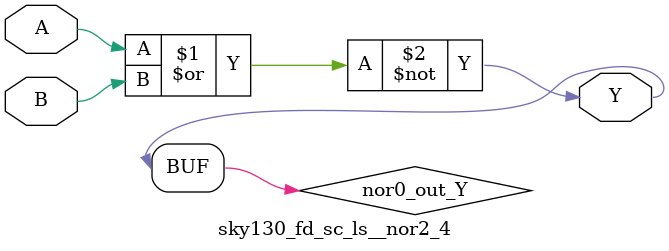
<source format=v>
/*
 * Copyright 2020 The SkyWater PDK Authors
 *
 * Licensed under the Apache License, Version 2.0 (the "License");
 * you may not use this file except in compliance with the License.
 * You may obtain a copy of the License at
 *
 *     https://www.apache.org/licenses/LICENSE-2.0
 *
 * Unless required by applicable law or agreed to in writing, software
 * distributed under the License is distributed on an "AS IS" BASIS,
 * WITHOUT WARRANTIES OR CONDITIONS OF ANY KIND, either express or implied.
 * See the License for the specific language governing permissions and
 * limitations under the License.
 *
 * SPDX-License-Identifier: Apache-2.0
*/


`ifndef SKY130_FD_SC_LS__NOR2_4_FUNCTIONAL_V
`define SKY130_FD_SC_LS__NOR2_4_FUNCTIONAL_V

/**
 * nor2: 2-input NOR.
 *
 * Verilog simulation functional model.
 */

`timescale 1ns / 1ps
`default_nettype none

`celldefine
module sky130_fd_sc_ls__nor2_4 (
    Y,
    A,
    B
);

    // Module ports
    output Y;
    input  A;
    input  B;

    // Local signals
    wire nor0_out_Y;

    //  Name  Output      Other arguments
    nor nor0 (nor0_out_Y, A, B           );
    buf buf0 (Y         , nor0_out_Y     );

endmodule
`endcelldefine

`default_nettype wire
`endif  // SKY130_FD_SC_LS__NOR2_4_FUNCTIONAL_V

</source>
